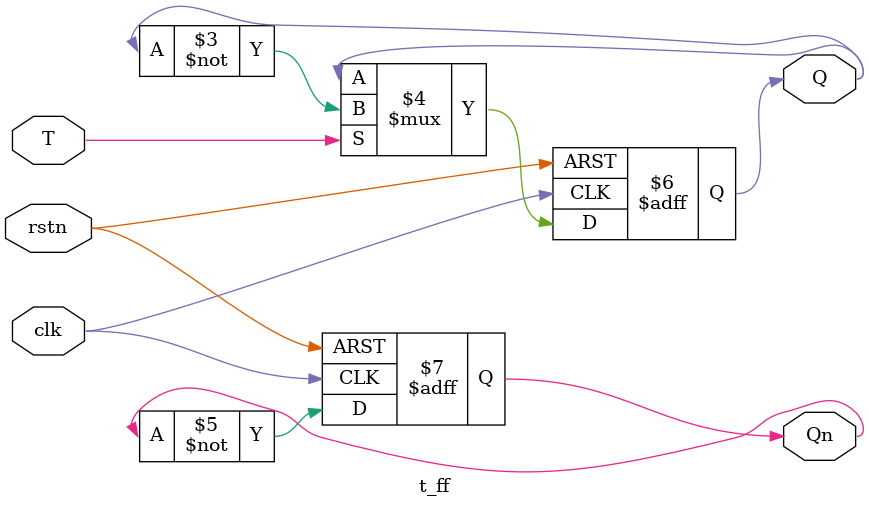
<source format=v>
module four_bit_rip_cntr (
    input rstn, cnt_en,
    output [3:0] count
);
    t_ff tff_A0 (
        .rstn (rstn),
        .clk (cnt_en),
        .T (1'b1),
        .Q (count[0]),
        .Qn ()
    );

    t_ff tff_A1 (
        .rstn (rstn),
        .clk (count[0]),
        .T (1'b1),
        .Q (count[1]),
        .Qn ()
    );

    t_ff tff_A2 (
        .rstn (rstn),
        .clk (count[1]),
        .T (1'b1),
        .Q (count[2]),
        .Qn ()
    );

    t_ff tff_A3 (
        .rstn (rstn),
        .clk (count[2]),
        .T (1'b1),
        .Q (count[3]),
        .Qn ()
    );
endmodule

module t_ff (
    input rstn, clk, T,
    output reg Q, Qn
);
    always @ (negedge clk, negedge rstn)
    begin
        if (!rstn)
        begin
            Q <= 1'b0;
            Qn <= 1'b1;
        end
        else
        begin
            Q <= T ? ~Q : Q;
            Qn <= ~Qn;
        end
    end
endmodule

</source>
